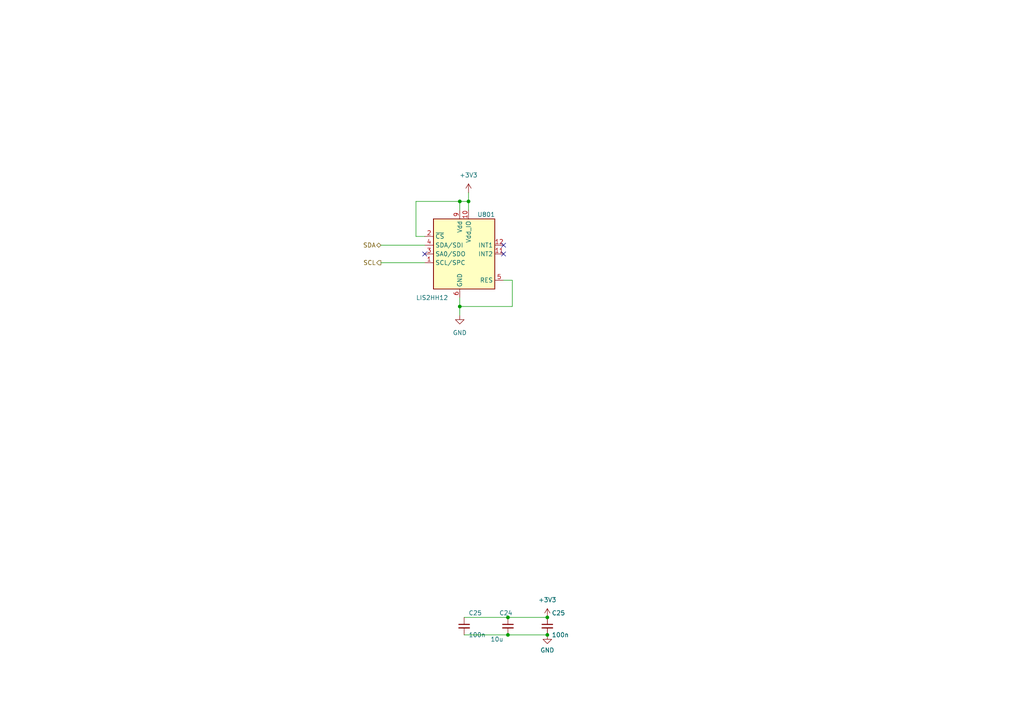
<source format=kicad_sch>
(kicad_sch (version 20230121) (generator eeschema)
  (paper "A4")
  (lib_symbols
    (symbol "Device:C_Small" (pin_numbers hide) (pin_names (offset 0.254) hide)
      (property "Reference" "C" (at 0.254 1.778 0))
      (property "Value" "C_Small" (at 0.254 -2.032 0))
      (symbol "C_Small_0_1"
        (polyline (pts (xy -1.524 -0.508) (xy 1.524 -0.508)) (stroke (width 0.3302)))
        (polyline (pts (xy -1.524 0.508) (xy 1.524 0.508)) (stroke (width 0.3048)))
      )
      (symbol "C_Small_1_1"
        (pin passive line (at 0 2.54 270) (length 2.032) (name "~") (number "1"))
        (pin passive line (at 0 -2.54 90) (length 2.032) (name "~") (number "2"))
      )
    )
    (symbol "Sensor_Motion:LIS2HH12"
      (property "Reference" "U" (at -5.08 11.43 0))
      (property "Value" "LIS2HH12" (at 3.81 11.43 0))
      (symbol "LIS2HH12_0_1"
        (rectangle (start -7.62 10.16) (end 10.16 -10.16) (stroke (width 0.254)) (fill (type background)))
      )
      (symbol "LIS2HH12_1_1"
        (pin input line (at -10.16 -2.54 0) (length 2.54) (name "SCL/SPC") (number "1"))
        (pin power_in line (at 2.54 12.7 270) (length 2.54) (name "Vdd_IO") (number "10"))
        (pin output line (at 12.7 0 180) (length 2.54) (name "INT2") (number "11"))
        (pin output line (at 12.7 2.54 180) (length 2.54) (name "INT1") (number "12"))
        (pin input line (at -10.16 5.08 0) (length 2.54) (name "~{CS}") (number "2"))
        (pin bidirectional line (at -10.16 0 0) (length 2.54) (name "SA0/SDO") (number "3"))
        (pin bidirectional line (at -10.16 2.54 0) (length 2.54) (name "SDA/SDI") (number "4"))
        (pin passive line (at 12.7 -7.62 180) (length 2.54) (name "RES") (number "5"))
        (pin power_in line (at 0 -12.7 90) (length 2.54) (name "GND") (number "6"))
        (pin passive line (at 0 -12.7 90) (length 2.54) hide (name "GND") (number "7"))
        (pin passive line (at 0 -12.7 90) (length 2.54) hide (name "GND") (number "8"))
        (pin power_in line (at 0 12.7 270) (length 2.54) (name "Vdd") (number "9"))
      )
    )
    (symbol "power:+3V3" (power) (pin_names (offset 0))
      (property "Value" "+3V3" (at 0 3.556 0))
      (symbol "+3V3_0_1"
        (polyline (pts (xy -0.762 1.27) (xy 0 2.54)))
        (polyline (pts (xy 0 0) (xy 0 2.54)))
        (polyline (pts (xy 0 2.54) (xy 0.762 1.27)))
      )
      (symbol "+3V3_1_1"
        (pin power_in line (at 0 0 90) (length 0) hide (name "+3V3") (number "1"))
      )
    )
    (symbol "power:GND" (power) (pin_names (offset 0))
      (property "Value" "GND" (at 0 -3.81 0))
      (symbol "GND_0_1"
        (polyline (pts (xy 0 0) (xy 0 -1.27) (xy 1.27 -1.27) (xy 0 -2.54) (xy -1.27 -1.27) (xy 0 -1.27)))
      )
      (symbol "GND_1_1"
        (pin power_in line (at 0 0 270) (length 0) hide (name "GND") (number "1"))
      )
    )
  )
  (junction (at 147.32 184.15))
  (junction (at 133.35 58.42))
  (junction (at 158.75 179.07))
  (junction (at 133.35 88.9))
  (junction (at 147.32 179.07))
  (junction (at 158.75 184.15))
  (junction (at 135.89 58.42))
  (no_connect (at 146.05 73.66))
  (no_connect (at 123.19 73.66))
  (no_connect (at 146.05 71.12))
  (wire (pts (xy 110.49 76.2) (xy 123.19 76.2)))
  (wire (pts (xy 133.35 58.42) (xy 135.89 58.42)))
  (wire (pts (xy 133.35 88.9) (xy 133.35 91.44)))
  (wire (pts (xy 120.65 68.58) (xy 123.19 68.58)))
  (wire (pts (xy 133.35 86.36) (xy 133.35 88.9)))
  (wire (pts (xy 120.65 58.42) (xy 120.65 68.58)))
  (wire (pts (xy 147.32 179.07) (xy 158.75 179.07)))
  (wire (pts (xy 148.59 81.28) (xy 146.05 81.28)))
  (wire (pts (xy 133.35 60.96) (xy 133.35 58.42)))
  (wire (pts (xy 134.62 184.15) (xy 147.32 184.15)))
  (wire (pts (xy 135.89 55.88) (xy 135.89 58.42)))
  (wire (pts (xy 147.32 184.15) (xy 158.75 184.15)))
  (wire (pts (xy 135.89 58.42) (xy 135.89 60.96)))
  (wire (pts (xy 148.59 88.9) (xy 148.59 81.28)))
  (wire (pts (xy 120.65 58.42) (xy 133.35 58.42)))
  (wire (pts (xy 110.49 71.12) (xy 123.19 71.12)))
  (wire (pts (xy 133.35 88.9) (xy 148.59 88.9)))
  (wire (pts (xy 134.62 179.07) (xy 147.32 179.07)))
  (hierarchical_label "SDA" (shape bidirectional) (at 110.49 71.12 180))
  (hierarchical_label "SCL" (shape output) (at 110.49 76.2 180))
  (symbol (lib_id "power:+3V3") (at 158.75 179.07 0) (unit 1)
    (property "Reference" "#PWR0223" (effects hide))
    (property "Value" "+3V3" (at 158.75 173.99 0))
    (instances (project "Nice-Buoy-V1.0" (path "" (reference "#PWR0223") (unit 1)) (path "" (reference "#PWR0106") (unit 1)) (path "" (reference "#PWR0403") (unit 1)) (path "" (reference "#PWR035") (unit 1))))
  )
  (symbol (lib_id "power:+3V3") (at 135.89 55.88 0) (unit 1)
    (property "Reference" "#PWR034" (effects hide))
    (property "Value" "+3V3" (at 135.89 50.8 0))
  )
  (symbol (lib_id "Device:C_Small") (at 147.32 181.61 0) (unit 1)
    (property "Reference" "C24" (at 144.78 177.8 0) (effects (justify left)))
    (property "Value" "10u" (at 142.24 185.42 0) (effects (justify left)))
    (property "Footprint" "Capacitor_SMD:C_1210_3225Metric" (effects hide))
    (property "LCSC" "C90143" (effects hide))
    (instances (project "NIKOLA-02-E-001_PCAScannerController_R1" (path "" (reference "C24") (unit 1))) (project "Nice-Buoy-V1.0" (path "" (reference "C211") (unit 1)) (path "" (reference "C101") (unit 1)) (path "" (reference "C402") (unit 1)) (path "" (reference "C18") (unit 1))))
  )
  (symbol (lib_id "Device:C_Small") (at 134.62 181.61 0) (unit 1)
    (property "Reference" "C25" (at 135.89 177.8 0) (effects (justify left)))
    (property "Value" "100n" (at 135.89 184.15 0) (effects (justify left)))
    (property "Footprint" "A_Device:C_0603" (effects hide))
    (property "LCSC" "C14663" (effects hide))
    (instances (project "NIKOLA-02-E-001_PCAScannerController_R1" (path "" (reference "C25") (unit 1))) (project "Nice-Buoy-V1.0" (path "" (reference "C218") (unit 1)) (path "" (reference "C104") (unit 1)) (path "" (reference "C401") (unit 1)) (path "" (reference "C17") (unit 1))))
  )
  (symbol (lib_id "power:GND") (at 133.35 91.44 0) (unit 1)
    (property "Reference" "#PWR033" (effects hide))
    (property "Value" "GND" (at 133.35 96.52 0))
  )
  (symbol (lib_id "Sensor_Motion:LIS2HH12") (at 133.35 73.66 0) (unit 1)
    (property "Reference" "U801" (at 138.43 62.23 0) (effects (justify left)))
    (property "Value" "LIS2HH12" (at 120.65 86.36 0) (effects (justify left)))
    (property "Footprint" "Package_LGA:LGA-12_2x2mm_P0.5mm" (effects hide))
    (property "Datasheet" "www.st.com/resource/en/datasheet/lis2hh12.pdf" (effects hide))
    (instances (project "Nice-Buoy-V1.0" (path "" (reference "U801") (unit 1)) (path "" (reference "U5") (unit 1))))
  )
  (symbol (lib_id "Device:C_Small") (at 158.75 181.61 0) (unit 1)
    (property "Reference" "C25" (at 160.02 177.8 0) (effects (justify left)))
    (property "Value" "100n" (at 160.02 184.15 0) (effects (justify left)))
    (property "Footprint" "A_Device:C_0603" (effects hide))
    (property "LCSC" "C14663" (effects hide))
    (instances (project "NIKOLA-02-E-001_PCAScannerController_R1" (path "" (reference "C25") (unit 1))) (project "Nice-Buoy-V1.0" (path "" (reference "C218") (unit 1)) (path "" (reference "C104") (unit 1)) (path "" (reference "C404") (unit 1)) (path "" (reference "C19") (unit 1))))
  )
  (symbol (lib_id "power:GND") (at 158.75 184.15 0) (unit 1)
    (property "Reference" "#PWR0121" (effects hide))
    (property "Value" "GND" (at 158.75 188.595 0))
    (instances (project "Nice-Buoy-V1.0" (path "" (reference "#PWR0121") (unit 1)) (path "" (reference "#PWR0226") (unit 1)) (path "" (reference "#PWR0107") (unit 1)) (path "" (reference "#PWR0404") (unit 1)) (path "" (reference "#PWR036") (unit 1))))
  )
)
</source>
